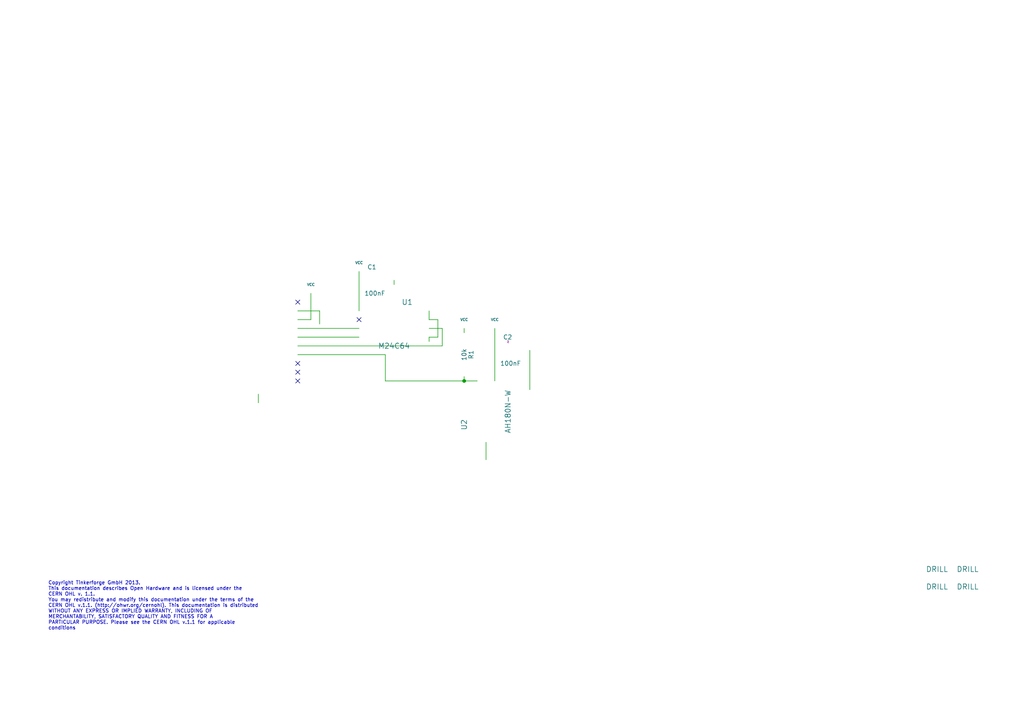
<source format=kicad_sch>
(kicad_sch (version 20230121) (generator eeschema)
  (paper "A4")
  (title_block (title "Hall Effect Bricklet") (date "6 aug 2013") (rev "1.0") (company "Tinkerforge GmbH") (comment 1 "Licensed under CERN OHL v.1.1") (comment 2 "Copyright (©) 2013, B.Nordmeyer <bastian@tinkerforge.com>"))
  (lib_symbols)
  (junction (at 134.62 110.49))
  (no_connect (at 86.36 110.49))
  (no_connect (at 86.36 105.41))
  (no_connect (at 86.36 87.63))
  (no_connect (at 86.36 107.95))
  (no_connect (at 104.14 92.71))
  (wire (pts (xy 128.27 100.33) (xy 128.27 95.25)))
  (wire (pts (xy 134.62 96.52) (xy 134.62 95.25)))
  (wire (pts (xy 104.14 78.74) (xy 104.14 90.17)))
  (wire (pts (xy 104.14 97.79) (xy 86.36 97.79)))
  (wire (pts (xy 92.71 90.17) (xy 92.71 93.98)))
  (wire (pts (xy 124.46 92.71) (xy 124.46 90.17)))
  (wire (pts (xy 111.76 102.87) (xy 86.36 102.87)))
  (wire (pts (xy 86.36 100.33) (xy 128.27 100.33)))
  (wire (pts (xy 134.62 109.22) (xy 134.62 110.49)))
  (wire (pts (xy 127 97.79) (xy 127 92.71)))
  (wire (pts (xy 114.3 81.28) (xy 114.3 82.55)))
  (wire (pts (xy 134.62 110.49) (xy 111.76 110.49)))
  (wire (pts (xy 90.17 85.09) (xy 90.17 92.71)))
  (wire (pts (xy 90.17 92.71) (xy 86.36 92.71)))
  (wire (pts (xy 127 92.71) (xy 124.46 92.71)))
  (wire (pts (xy 140.97 133.35) (xy 140.97 128.27)))
  (wire (pts (xy 111.76 110.49) (xy 111.76 102.87)))
  (wire (pts (xy 124.46 97.79) (xy 124.46 99.06)))
  (wire (pts (xy 153.67 101.6) (xy 153.67 113.03)))
  (wire (pts (xy 138.43 110.49) (xy 134.62 110.49)))
  (wire (pts (xy 128.27 95.25) (xy 124.46 95.25)))
  (wire (pts (xy 74.93 116.84) (xy 74.93 114.3)))
  (wire (pts (xy 127 97.79) (xy 124.46 97.79)))
  (wire (pts (xy 86.36 90.17) (xy 92.71 90.17)))
  (wire (pts (xy 143.51 95.25) (xy 143.51 110.49)))
  (wire (pts (xy 104.14 95.25) (xy 86.36 95.25)))
  (text "Copyright Tinkerforge GmbH 2013.\nThis documentation describes Open Hardware and is licensed under the\nCERN OHL v. 1.1.\nYou may redistribute and modify this documentation under the terms of the\nCERN OHL v.1.1. (http://ohwr.org/cernohl). This documentation is distributed\nWITHOUT ANY EXPRESS OR IMPLIED WARRANTY, INCLUDING OF\nMERCHANTABILITY, SATISFACTORY QUALITY AND FITNESS FOR A\nPARTICULAR PURPOSE. Please see the CERN OHL v.1.1 for applicable\nconditions\n" (at 13.97 182.88 0) (effects (font (size 1.016 1.016)) (justify left bottom)))
  (symbol (lib_id "CON-SENSOR") (at 74.93 99.06 0) (mirror y) (unit 1)
    (property "Reference" "P1" (at 81.28 85.09 0) (effects (font (size 1.524 1.524))))
    (property "Value" "CON-SENSOR" (at 71.12 99.06 90) (effects (font (size 1.524 1.524))))
    (property "Footprint" "CON-SENSOR" (effects hide))
  )
  (symbol (lib_id "GND") (at 74.93 116.84 0) (unit 1)
    (property "Reference" "#PWR06" (effects hide))
    (property "Value" "GND" (effects hide))
  )
  (symbol (lib_id "GND") (at 92.71 93.98 0) (unit 1)
    (property "Reference" "#PWR05" (effects hide))
    (property "Value" "GND" (effects hide))
  )
  (symbol (lib_id "VCC") (at 90.17 85.09 0) (unit 1)
    (property "Reference" "#PWR04" (effects hide))
    (property "Value" "VCC" (at 90.17 82.55 0) (effects (font (size 0.762 0.762))))
  )
  (symbol (lib_id "CAT24C") (at 114.3 100.33 0) (mirror y) (unit 1)
    (property "Reference" "U1" (at 118.11 87.63 0) (effects (font (size 1.524 1.524))))
    (property "Value" "M24C64" (at 114.3 100.33 0) (effects (font (size 1.524 1.524))))
    (property "Footprint" "SOIC8" (effects hide))
  )
  (symbol (lib_id "C") (at 109.22 81.28 90) (unit 1)
    (property "Reference" "C1" (at 109.22 77.47 90) (effects (justify left)))
    (property "Value" "100nF" (at 111.76 85.09 90) (effects (justify left)))
    (property "Footprint" "C0603" (effects hide))
  )
  (symbol (lib_id "DRILL") (at 280.67 165.1 0) (unit 1)
    (property "Reference" "U5" (effects hide))
    (property "Value" "DRILL" (at 280.67 165.1 0) (effects (font (size 1.524 1.524))))
    (property "Footprint" "DRILL_NP" (effects hide))
  )
  (symbol (lib_id "DRILL") (at 280.67 170.18 0) (unit 1)
    (property "Reference" "U6" (effects hide))
    (property "Value" "DRILL" (at 280.67 170.18 0) (effects (font (size 1.524 1.524))))
    (property "Footprint" "DRILL_NP" (effects hide))
  )
  (symbol (lib_id "DRILL") (at 271.78 170.18 0) (unit 1)
    (property "Reference" "U4" (effects hide))
    (property "Value" "DRILL" (at 271.78 170.18 0) (effects (font (size 1.524 1.524))))
    (property "Footprint" "DRILL_NP" (effects hide))
  )
  (symbol (lib_id "DRILL") (at 271.78 165.1 0) (unit 1)
    (property "Reference" "U3" (effects hide))
    (property "Value" "DRILL" (at 271.78 165.1 0) (effects (font (size 1.524 1.524))))
    (property "Footprint" "DRILL_NP" (effects hide))
  )
  (symbol (lib_id "GND") (at 124.46 99.06 0) (unit 1)
    (property "Reference" "#PWR03" (effects hide))
    (property "Value" "GND" (effects hide))
  )
  (symbol (lib_id "VCC") (at 104.14 78.74 0) (unit 1)
    (property "Reference" "#PWR02" (effects hide))
    (property "Value" "VCC" (at 104.14 76.2 0) (effects (font (size 0.762 0.762))))
  )
  (symbol (lib_id "GND") (at 114.3 82.55 0) (unit 1)
    (property "Reference" "#PWR01" (effects hide))
    (property "Value" "GND" (effects hide))
  )
  (symbol (lib_id "R") (at 134.62 102.87 0) (unit 1)
    (property "Reference" "R1" (at 136.652 102.87 90))
    (property "Value" "10k" (at 134.62 102.87 90))
    (property "Footprint" "R0603" (effects hide))
  )
  (symbol (lib_id "VCC") (at 134.62 95.25 0) (unit 1)
    (property "Reference" "#PWR07" (effects hide))
    (property "Value" "VCC" (at 134.62 92.71 0) (effects (font (size 0.762 0.762))))
  )
  (symbol (lib_id "GND") (at 153.67 113.03 0) (unit 1)
    (property "Reference" "#PWR08" (effects hide))
    (property "Value" "GND" (effects hide))
  )
  (symbol (lib_id "VCC") (at 143.51 95.25 0) (unit 1)
    (property "Reference" "#PWR09" (effects hide))
    (property "Value" "VCC" (at 143.51 92.71 0) (effects (font (size 0.762 0.762))))
  )
  (symbol (lib_id "GND") (at 140.97 133.35 0) (unit 1)
    (property "Reference" "#PWR010" (effects hide))
    (property "Value" "GND" (effects hide))
  )
  (symbol (lib_id "C") (at 148.59 101.6 90) (unit 1)
    (property "Reference" "C2" (at 148.59 97.79 90) (effects (justify left)))
    (property "Value" "100nF" (at 151.13 105.41 90) (effects (justify left)))
    (property "Footprint" "C0603" (effects hide))
  )
  (symbol (lib_id "AH180N-W") (at 140.97 119.38 90) (unit 1)
    (property "Reference" "U2" (at 134.62 123.19 0) (effects (font (size 1.524 1.524))))
    (property "Value" "AH180N-W" (at 147.32 119.38 0) (effects (font (size 1.524 1.524))))
    (property "Footprint" "SC59" (effects hide))
    (property "Datasheet" "~" (at 147.32 99.06 0) (effects (font (size 1.524 1.524))))
  )
)
</source>
